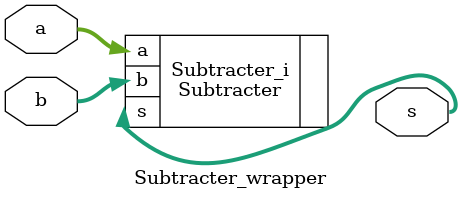
<source format=v>
`timescale 1 ps / 1 ps

module Subtracter_wrapper
   (a,
    b,
    s);
  input [32:0]a;
  input [32:0]b;
  output [32:0]s;

  wire [32:0]a;
  wire [32:0]b;
  wire [32:0]s;

  Subtracter Subtracter_i
       (.a(a),
        .b(b),
        .s(s));
endmodule

</source>
